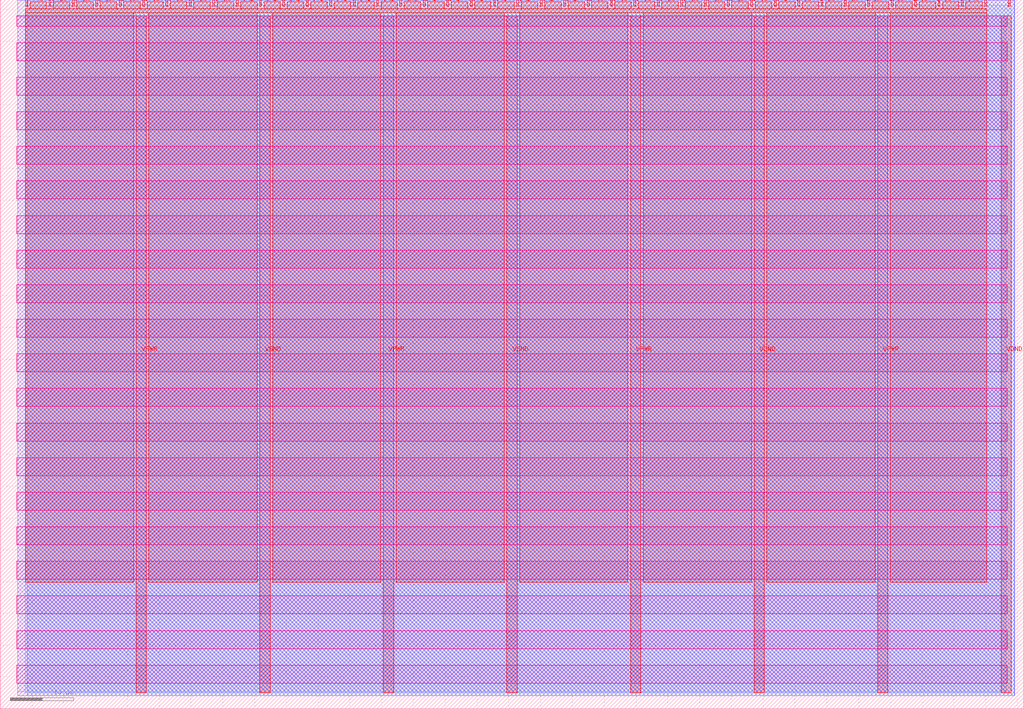
<source format=lef>
VERSION 5.7 ;
  NOWIREEXTENSIONATPIN ON ;
  DIVIDERCHAR "/" ;
  BUSBITCHARS "[]" ;
MACRO tt_um_couchand_dual_deque
  CLASS BLOCK ;
  FOREIGN tt_um_couchand_dual_deque ;
  ORIGIN 0.000 0.000 ;
  SIZE 161.000 BY 111.520 ;
  PIN VGND
    DIRECTION INOUT ;
    USE GROUND ;
    PORT
      LAYER met4 ;
        RECT 40.830 2.480 42.430 109.040 ;
    END
    PORT
      LAYER met4 ;
        RECT 79.700 2.480 81.300 109.040 ;
    END
    PORT
      LAYER met4 ;
        RECT 118.570 2.480 120.170 109.040 ;
    END
    PORT
      LAYER met4 ;
        RECT 157.440 2.480 159.040 109.040 ;
    END
  END VGND
  PIN VPWR
    DIRECTION INOUT ;
    USE POWER ;
    PORT
      LAYER met4 ;
        RECT 21.395 2.480 22.995 109.040 ;
    END
    PORT
      LAYER met4 ;
        RECT 60.265 2.480 61.865 109.040 ;
    END
    PORT
      LAYER met4 ;
        RECT 99.135 2.480 100.735 109.040 ;
    END
    PORT
      LAYER met4 ;
        RECT 138.005 2.480 139.605 109.040 ;
    END
  END VPWR
  PIN clk
    DIRECTION INPUT ;
    USE SIGNAL ;
    ANTENNAGATEAREA 0.852000 ;
    PORT
      LAYER met4 ;
        RECT 154.870 110.520 155.170 111.520 ;
    END
  END clk
  PIN ena
    DIRECTION INPUT ;
    USE SIGNAL ;
    PORT
      LAYER met4 ;
        RECT 158.550 110.520 158.850 111.520 ;
    END
  END ena
  PIN rst_n
    DIRECTION INPUT ;
    USE SIGNAL ;
    ANTENNAGATEAREA 0.213000 ;
    PORT
      LAYER met4 ;
        RECT 151.190 110.520 151.490 111.520 ;
    END
  END rst_n
  PIN ui_in[0]
    DIRECTION INPUT ;
    USE SIGNAL ;
    ANTENNAGATEAREA 0.213000 ;
    PORT
      LAYER met4 ;
        RECT 147.510 110.520 147.810 111.520 ;
    END
  END ui_in[0]
  PIN ui_in[1]
    DIRECTION INPUT ;
    USE SIGNAL ;
    ANTENNAGATEAREA 0.213000 ;
    PORT
      LAYER met4 ;
        RECT 143.830 110.520 144.130 111.520 ;
    END
  END ui_in[1]
  PIN ui_in[2]
    DIRECTION INPUT ;
    USE SIGNAL ;
    ANTENNAGATEAREA 0.213000 ;
    PORT
      LAYER met4 ;
        RECT 140.150 110.520 140.450 111.520 ;
    END
  END ui_in[2]
  PIN ui_in[3]
    DIRECTION INPUT ;
    USE SIGNAL ;
    ANTENNAGATEAREA 0.213000 ;
    PORT
      LAYER met4 ;
        RECT 136.470 110.520 136.770 111.520 ;
    END
  END ui_in[3]
  PIN ui_in[4]
    DIRECTION INPUT ;
    USE SIGNAL ;
    ANTENNAGATEAREA 0.213000 ;
    PORT
      LAYER met4 ;
        RECT 132.790 110.520 133.090 111.520 ;
    END
  END ui_in[4]
  PIN ui_in[5]
    DIRECTION INPUT ;
    USE SIGNAL ;
    ANTENNAGATEAREA 0.213000 ;
    PORT
      LAYER met4 ;
        RECT 129.110 110.520 129.410 111.520 ;
    END
  END ui_in[5]
  PIN ui_in[6]
    DIRECTION INPUT ;
    USE SIGNAL ;
    ANTENNAGATEAREA 0.213000 ;
    PORT
      LAYER met4 ;
        RECT 125.430 110.520 125.730 111.520 ;
    END
  END ui_in[6]
  PIN ui_in[7]
    DIRECTION INPUT ;
    USE SIGNAL ;
    ANTENNAGATEAREA 0.213000 ;
    PORT
      LAYER met4 ;
        RECT 121.750 110.520 122.050 111.520 ;
    END
  END ui_in[7]
  PIN uio_in[0]
    DIRECTION INPUT ;
    USE SIGNAL ;
    ANTENNAGATEAREA 0.159000 ;
    PORT
      LAYER met4 ;
        RECT 118.070 110.520 118.370 111.520 ;
    END
  END uio_in[0]
  PIN uio_in[1]
    DIRECTION INPUT ;
    USE SIGNAL ;
    ANTENNAGATEAREA 0.196500 ;
    PORT
      LAYER met4 ;
        RECT 114.390 110.520 114.690 111.520 ;
    END
  END uio_in[1]
  PIN uio_in[2]
    DIRECTION INPUT ;
    USE SIGNAL ;
    ANTENNAGATEAREA 0.213000 ;
    PORT
      LAYER met4 ;
        RECT 110.710 110.520 111.010 111.520 ;
    END
  END uio_in[2]
  PIN uio_in[3]
    DIRECTION INPUT ;
    USE SIGNAL ;
    ANTENNAGATEAREA 0.213000 ;
    PORT
      LAYER met4 ;
        RECT 107.030 110.520 107.330 111.520 ;
    END
  END uio_in[3]
  PIN uio_in[4]
    DIRECTION INPUT ;
    USE SIGNAL ;
    PORT
      LAYER met4 ;
        RECT 103.350 110.520 103.650 111.520 ;
    END
  END uio_in[4]
  PIN uio_in[5]
    DIRECTION INPUT ;
    USE SIGNAL ;
    PORT
      LAYER met4 ;
        RECT 99.670 110.520 99.970 111.520 ;
    END
  END uio_in[5]
  PIN uio_in[6]
    DIRECTION INPUT ;
    USE SIGNAL ;
    PORT
      LAYER met4 ;
        RECT 95.990 110.520 96.290 111.520 ;
    END
  END uio_in[6]
  PIN uio_in[7]
    DIRECTION INPUT ;
    USE SIGNAL ;
    PORT
      LAYER met4 ;
        RECT 92.310 110.520 92.610 111.520 ;
    END
  END uio_in[7]
  PIN uio_oe[0]
    DIRECTION OUTPUT TRISTATE ;
    USE SIGNAL ;
    PORT
      LAYER met4 ;
        RECT 29.750 110.520 30.050 111.520 ;
    END
  END uio_oe[0]
  PIN uio_oe[1]
    DIRECTION OUTPUT TRISTATE ;
    USE SIGNAL ;
    PORT
      LAYER met4 ;
        RECT 26.070 110.520 26.370 111.520 ;
    END
  END uio_oe[1]
  PIN uio_oe[2]
    DIRECTION OUTPUT TRISTATE ;
    USE SIGNAL ;
    PORT
      LAYER met4 ;
        RECT 22.390 110.520 22.690 111.520 ;
    END
  END uio_oe[2]
  PIN uio_oe[3]
    DIRECTION OUTPUT TRISTATE ;
    USE SIGNAL ;
    PORT
      LAYER met4 ;
        RECT 18.710 110.520 19.010 111.520 ;
    END
  END uio_oe[3]
  PIN uio_oe[4]
    DIRECTION OUTPUT TRISTATE ;
    USE SIGNAL ;
    PORT
      LAYER met4 ;
        RECT 15.030 110.520 15.330 111.520 ;
    END
  END uio_oe[4]
  PIN uio_oe[5]
    DIRECTION OUTPUT TRISTATE ;
    USE SIGNAL ;
    PORT
      LAYER met4 ;
        RECT 11.350 110.520 11.650 111.520 ;
    END
  END uio_oe[5]
  PIN uio_oe[6]
    DIRECTION OUTPUT TRISTATE ;
    USE SIGNAL ;
    PORT
      LAYER met4 ;
        RECT 7.670 110.520 7.970 111.520 ;
    END
  END uio_oe[6]
  PIN uio_oe[7]
    DIRECTION OUTPUT TRISTATE ;
    USE SIGNAL ;
    PORT
      LAYER met4 ;
        RECT 3.990 110.520 4.290 111.520 ;
    END
  END uio_oe[7]
  PIN uio_out[0]
    DIRECTION OUTPUT TRISTATE ;
    USE SIGNAL ;
    PORT
      LAYER met4 ;
        RECT 59.190 110.520 59.490 111.520 ;
    END
  END uio_out[0]
  PIN uio_out[1]
    DIRECTION OUTPUT TRISTATE ;
    USE SIGNAL ;
    PORT
      LAYER met4 ;
        RECT 55.510 110.520 55.810 111.520 ;
    END
  END uio_out[1]
  PIN uio_out[2]
    DIRECTION OUTPUT TRISTATE ;
    USE SIGNAL ;
    PORT
      LAYER met4 ;
        RECT 51.830 110.520 52.130 111.520 ;
    END
  END uio_out[2]
  PIN uio_out[3]
    DIRECTION OUTPUT TRISTATE ;
    USE SIGNAL ;
    PORT
      LAYER met4 ;
        RECT 48.150 110.520 48.450 111.520 ;
    END
  END uio_out[3]
  PIN uio_out[4]
    DIRECTION OUTPUT TRISTATE ;
    USE SIGNAL ;
    ANTENNADIFFAREA 0.795200 ;
    PORT
      LAYER met4 ;
        RECT 44.470 110.520 44.770 111.520 ;
    END
  END uio_out[4]
  PIN uio_out[5]
    DIRECTION OUTPUT TRISTATE ;
    USE SIGNAL ;
    ANTENNADIFFAREA 0.445500 ;
    PORT
      LAYER met4 ;
        RECT 40.790 110.520 41.090 111.520 ;
    END
  END uio_out[5]
  PIN uio_out[6]
    DIRECTION OUTPUT TRISTATE ;
    USE SIGNAL ;
    ANTENNADIFFAREA 0.445500 ;
    PORT
      LAYER met4 ;
        RECT 37.110 110.520 37.410 111.520 ;
    END
  END uio_out[6]
  PIN uio_out[7]
    DIRECTION OUTPUT TRISTATE ;
    USE SIGNAL ;
    ANTENNADIFFAREA 0.795200 ;
    PORT
      LAYER met4 ;
        RECT 33.430 110.520 33.730 111.520 ;
    END
  END uio_out[7]
  PIN uo_out[0]
    DIRECTION OUTPUT TRISTATE ;
    USE SIGNAL ;
    ANTENNADIFFAREA 0.891000 ;
    PORT
      LAYER met4 ;
        RECT 88.630 110.520 88.930 111.520 ;
    END
  END uo_out[0]
  PIN uo_out[1]
    DIRECTION OUTPUT TRISTATE ;
    USE SIGNAL ;
    ANTENNADIFFAREA 0.891000 ;
    PORT
      LAYER met4 ;
        RECT 84.950 110.520 85.250 111.520 ;
    END
  END uo_out[1]
  PIN uo_out[2]
    DIRECTION OUTPUT TRISTATE ;
    USE SIGNAL ;
    ANTENNADIFFAREA 0.891000 ;
    PORT
      LAYER met4 ;
        RECT 81.270 110.520 81.570 111.520 ;
    END
  END uo_out[2]
  PIN uo_out[3]
    DIRECTION OUTPUT TRISTATE ;
    USE SIGNAL ;
    ANTENNADIFFAREA 0.891000 ;
    PORT
      LAYER met4 ;
        RECT 77.590 110.520 77.890 111.520 ;
    END
  END uo_out[3]
  PIN uo_out[4]
    DIRECTION OUTPUT TRISTATE ;
    USE SIGNAL ;
    ANTENNADIFFAREA 0.891000 ;
    PORT
      LAYER met4 ;
        RECT 73.910 110.520 74.210 111.520 ;
    END
  END uo_out[4]
  PIN uo_out[5]
    DIRECTION OUTPUT TRISTATE ;
    USE SIGNAL ;
    ANTENNADIFFAREA 0.891000 ;
    PORT
      LAYER met4 ;
        RECT 70.230 110.520 70.530 111.520 ;
    END
  END uo_out[5]
  PIN uo_out[6]
    DIRECTION OUTPUT TRISTATE ;
    USE SIGNAL ;
    ANTENNADIFFAREA 0.891000 ;
    PORT
      LAYER met4 ;
        RECT 66.550 110.520 66.850 111.520 ;
    END
  END uo_out[6]
  PIN uo_out[7]
    DIRECTION OUTPUT TRISTATE ;
    USE SIGNAL ;
    ANTENNADIFFAREA 0.891000 ;
    PORT
      LAYER met4 ;
        RECT 62.870 110.520 63.170 111.520 ;
    END
  END uo_out[7]
  OBS
      LAYER nwell ;
        RECT 2.570 107.385 158.430 108.990 ;
        RECT 2.570 101.945 158.430 104.775 ;
        RECT 2.570 96.505 158.430 99.335 ;
        RECT 2.570 91.065 158.430 93.895 ;
        RECT 2.570 85.625 158.430 88.455 ;
        RECT 2.570 80.185 158.430 83.015 ;
        RECT 2.570 74.745 158.430 77.575 ;
        RECT 2.570 69.305 158.430 72.135 ;
        RECT 2.570 63.865 158.430 66.695 ;
        RECT 2.570 58.425 158.430 61.255 ;
        RECT 2.570 52.985 158.430 55.815 ;
        RECT 2.570 47.545 158.430 50.375 ;
        RECT 2.570 42.105 158.430 44.935 ;
        RECT 2.570 36.665 158.430 39.495 ;
        RECT 2.570 31.225 158.430 34.055 ;
        RECT 2.570 25.785 158.430 28.615 ;
        RECT 2.570 20.345 158.430 23.175 ;
        RECT 2.570 14.905 158.430 17.735 ;
        RECT 2.570 9.465 158.430 12.295 ;
        RECT 2.570 4.025 158.430 6.855 ;
      LAYER li1 ;
        RECT 2.760 2.635 158.240 108.885 ;
      LAYER met1 ;
        RECT 2.760 2.080 159.550 111.480 ;
      LAYER met2 ;
        RECT 4.230 2.050 159.520 111.510 ;
      LAYER met3 ;
        RECT 3.950 2.555 159.030 110.665 ;
      LAYER met4 ;
        RECT 4.690 110.120 7.270 111.170 ;
        RECT 8.370 110.120 10.950 111.170 ;
        RECT 12.050 110.120 14.630 111.170 ;
        RECT 15.730 110.120 18.310 111.170 ;
        RECT 19.410 110.120 21.990 111.170 ;
        RECT 23.090 110.120 25.670 111.170 ;
        RECT 26.770 110.120 29.350 111.170 ;
        RECT 30.450 110.120 33.030 111.170 ;
        RECT 34.130 110.120 36.710 111.170 ;
        RECT 37.810 110.120 40.390 111.170 ;
        RECT 41.490 110.120 44.070 111.170 ;
        RECT 45.170 110.120 47.750 111.170 ;
        RECT 48.850 110.120 51.430 111.170 ;
        RECT 52.530 110.120 55.110 111.170 ;
        RECT 56.210 110.120 58.790 111.170 ;
        RECT 59.890 110.120 62.470 111.170 ;
        RECT 63.570 110.120 66.150 111.170 ;
        RECT 67.250 110.120 69.830 111.170 ;
        RECT 70.930 110.120 73.510 111.170 ;
        RECT 74.610 110.120 77.190 111.170 ;
        RECT 78.290 110.120 80.870 111.170 ;
        RECT 81.970 110.120 84.550 111.170 ;
        RECT 85.650 110.120 88.230 111.170 ;
        RECT 89.330 110.120 91.910 111.170 ;
        RECT 93.010 110.120 95.590 111.170 ;
        RECT 96.690 110.120 99.270 111.170 ;
        RECT 100.370 110.120 102.950 111.170 ;
        RECT 104.050 110.120 106.630 111.170 ;
        RECT 107.730 110.120 110.310 111.170 ;
        RECT 111.410 110.120 113.990 111.170 ;
        RECT 115.090 110.120 117.670 111.170 ;
        RECT 118.770 110.120 121.350 111.170 ;
        RECT 122.450 110.120 125.030 111.170 ;
        RECT 126.130 110.120 128.710 111.170 ;
        RECT 129.810 110.120 132.390 111.170 ;
        RECT 133.490 110.120 136.070 111.170 ;
        RECT 137.170 110.120 139.750 111.170 ;
        RECT 140.850 110.120 143.430 111.170 ;
        RECT 144.530 110.120 147.110 111.170 ;
        RECT 148.210 110.120 150.790 111.170 ;
        RECT 151.890 110.120 154.470 111.170 ;
        RECT 3.975 109.440 155.185 110.120 ;
        RECT 3.975 19.895 20.995 109.440 ;
        RECT 23.395 19.895 40.430 109.440 ;
        RECT 42.830 19.895 59.865 109.440 ;
        RECT 62.265 19.895 79.300 109.440 ;
        RECT 81.700 19.895 98.735 109.440 ;
        RECT 101.135 19.895 118.170 109.440 ;
        RECT 120.570 19.895 137.605 109.440 ;
        RECT 140.005 19.895 155.185 109.440 ;
  END
END tt_um_couchand_dual_deque
END LIBRARY


</source>
